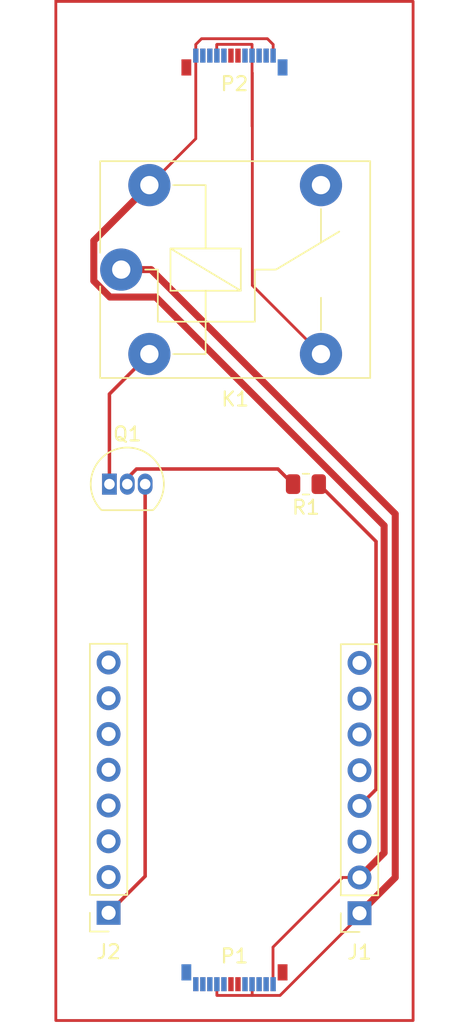
<source format=kicad_pcb>
(kicad_pcb (version 20211014) (generator pcbnew)
  (layers (0 "F.Cu" signal) (31 "B.Cu" signal) (34 "B.Paste" user) (35 "F.Paste" user) (36 "B.SilkS" user "B.Silkscreen") (37 "F.SilkS" user "F.Silkscreen") (38 "B.Mask" user) (39 "F.Mask" user) (44 "Edge.Cuts" user))
  (net 0 "")
  (net 1 "Net-(J1-Pad1)")
  (net 2 "Net-(J1-Pad2)")
  (net 4 "Net-(J1-Pad4)")
  (net 9 "Net-(J2-Pad1)")
  (net 18 "Net-(K1-Pad14)")
  (net 19 "Net-(K1-PadA1)")
  (net 20 "Net-(P1-PadA2)")
  (net 21 "Net-(P1-PadA3)")
  (net 22 "Net-(P1-PadA5)")
  (net 23 "Net-(P1-PadA6)")
  (net 24 "Net-(P1-PadA7)")
  (net 25 "Net-(P1-PadA8)")
  (net 26 "Net-(P1-PadA10)")
  (net 27 "Net-(P1-PadA11)")
  (net 28 "Net-(P1-PadB2)")
  (net 29 "Net-(P1-PadB3)")
  (net 30 "Net-(P1-PadB5)")
  (net 31 "Net-(P1-PadB8)")
  (net 32 "Net-(P1-PadB10)")
  (net 33 "Net-(P1-PadB11)")
  (net 34 "Net-(P1-PadS1)")
  (net 35 "Net-(Q1-Pad2)")
  (footprint "Connector_USB:USB_C_Plug_Molex_105444" (layer "F.Cu") (at 144.78 58.42)
    (fp_text reference "P2" (at 0 2.04) (layer "F.SilkS"))
    (fp_text value "USB_C_Plug")
    (pad "A1" smd rect (at -2.75 0.04) (size 0.38 1) (layers "F.Cu" "F.Paste" "F.Mask") (net 2 "Net-(J1-Pad2)"))
    (pad "A2" smd rect (at -2.25 0.04) (size 0.38 1) (layers "F.Cu" "F.Paste" "F.Mask") (net 20 "Net-(P1-PadA2)"))
    (pad "A3" smd rect (at -1.75 0.04) (size 0.38 1) (layers "F.Cu" "F.Paste" "F.Mask") (net 21 "Net-(P1-PadA3)"))
    (pad "A4" smd rect (at -1.25 0.04) (size 0.38 1) (layers "F.Cu" "F.Paste" "F.Mask") (net 18 "Net-(K1-Pad14)"))
    (pad "A5" smd rect (at -0.75 0.04) (size 0.38 1) (layers "F.Cu" "F.Paste" "F.Mask") (net 22 "Net-(P1-PadA5)"))
    (pad "A6" smd rect (at -0.25 0.04) (size 0.38 1) (layers "F.Cu" "F.Paste" "F.Mask") (net 23 "Net-(P1-PadA6)"))
    (pad "A7" smd rect (at 0.25 0.04) (size 0.38 1) (layers "F.Cu" "F.Paste" "F.Mask") (net 24 "Net-(P1-PadA7)"))
    (pad "A8" smd rect (at 0.75 0.04) (size 0.38 1) (layers "F.Cu" "F.Paste" "F.Mask") (net 25 "Net-(P1-PadA8)"))
    (pad "A9" smd rect (at 1.25 0.04) (size 0.38 1) (layers "F.Cu" "F.Paste" "F.Mask") (net 18 "Net-(K1-Pad14)"))
    (pad "A10" smd rect (at 1.75 0.04) (size 0.38 1) (layers "F.Cu" "F.Paste" "F.Mask") (net 26 "Net-(P1-PadA10)"))
    (pad "A11" smd rect (at 2.25 0.04) (size 0.38 1) (layers "F.Cu" "F.Paste" "F.Mask") (net 27 "Net-(P1-PadA11)"))
    (pad "A12" smd rect (at 2.75 0.04) (size 0.38 1) (layers "F.Cu" "F.Paste" "F.Mask") (net 2 "Net-(J1-Pad2)"))
    (pad "B1" smd rect (at 2.75 0.04) (size 0.38 1) (layers "B.Cu" "B.Paste" "B.Mask") (net 2 "Net-(J1-Pad2)"))
    (pad "B2" smd rect (at 2.25 0.04) (size 0.38 1) (layers "B.Cu" "B.Paste" "B.Mask") (net 28 "Net-(P1-PadB2)"))
    (pad "B3" smd rect (at 1.75 0.04) (size 0.38 1) (layers "B.Cu" "B.Paste" "B.Mask") (net 29 "Net-(P1-PadB3)"))
    (pad "B4" smd rect (at 1.25 0.04) (size 0.38 1) (layers "B.Cu" "B.Paste" "B.Mask") (net 18 "Net-(K1-Pad14)"))
    (pad "B5" smd rect (at 0.75 0.04) (size 0.38 1) (layers "B.Cu" "B.Paste" "B.Mask") (net 30 "Net-(P1-PadB5)"))
    (pad "B8" smd rect (at -0.75 0.04) (size 0.38 1) (layers "B.Cu" "B.Paste" "B.Mask") (net 31 "Net-(P1-PadB8)"))
    (pad "B9" smd rect (at -1.25 0.04) (size 0.38 1) (layers "B.Cu" "B.Paste" "B.Mask") (net 18 "Net-(K1-Pad14)"))
    (pad "B10" smd rect (at -1.75 0.04) (size 0.38 1) (layers "B.Cu" "B.Paste" "B.Mask") (net 32 "Net-(P1-PadB10)"))
    (pad "B11" smd rect (at -2.25 0.04) (size 0.38 1) (layers "B.Cu" "B.Paste" "B.Mask") (net 33 "Net-(P1-PadB11)"))
    (pad "B12" smd rect (at -2.75 0.04) (size 0.38 1) (layers "B.Cu" "B.Paste" "B.Mask") (net 2 "Net-(J1-Pad2)"))
    (pad "S1" smd rect (at -3.42 0.88) (size 0.7 1.15) (layers "F.Cu" "F.Paste" "F.Mask") (net 34 "Net-(P1-PadS1)"))
    (pad "S1" smd rect (at 3.42 0.88) (size 0.7 1.15) (layers "B.Cu" "B.Paste" "B.Mask") (net 34 "Net-(P1-PadS1)"))
  )
  (footprint "Resistor_SMD:R_0805_2012Metric" (layer "F.Cu") (at 149.86 88.9 180)
    (fp_text reference "R1" (at 0 -1.65) (layer "F.SilkS"))
    (fp_text value "2K")
    (fp_line (start -0.227064 -0.735) (end 0.227064 -0.735) (layer "F.SilkS") (width 0.12))
    (fp_line (start -0.227064 0.735) (end 0.227064 0.735) (layer "F.SilkS") (width 0.12))
    (pad "1" smd roundrect (at -0.9125 0 180) (size 1.025 1.4) (layers "F.Cu" "F.Paste" "F.Mask") (roundrect_rratio 0.243902) (net 4 "Net-(J1-Pad4)"))
    (pad "2" smd roundrect (at 0.9125 0 180) (size 1.025 1.4) (layers "F.Cu" "F.Paste" "F.Mask") (roundrect_rratio 0.243902) (net 35 "Net-(Q1-Pad2)"))
  )
  (footprint "Connector_USB:USB_C_Plug_Molex_105444" (layer "F.Cu") (at 144.78 124.46 180)
    (fp_text reference "P1" (at 0 2.04) (layer "F.SilkS"))
    (fp_text value "USB_C_Plug")
    (pad "A1" smd rect (at -2.75 0.04 180) (size 0.38 1) (layers "F.Cu" "F.Paste" "F.Mask") (net 2 "Net-(J1-Pad2)"))
    (pad "A2" smd rect (at -2.25 0.04 180) (size 0.38 1) (layers "F.Cu" "F.Paste" "F.Mask") (net 20 "Net-(P1-PadA2)"))
    (pad "A3" smd rect (at -1.75 0.04 180) (size 0.38 1) (layers "F.Cu" "F.Paste" "F.Mask") (net 21 "Net-(P1-PadA3)"))
    (pad "A4" smd rect (at -1.25 0.04 180) (size 0.38 1) (layers "F.Cu" "F.Paste" "F.Mask") (net 1 "Net-(J1-Pad1)"))
    (pad "A5" smd rect (at -0.75 0.04 180) (size 0.38 1) (layers "F.Cu" "F.Paste" "F.Mask") (net 22 "Net-(P1-PadA5)"))
    (pad "A6" smd rect (at -0.25 0.04 180) (size 0.38 1) (layers "F.Cu" "F.Paste" "F.Mask") (net 23 "Net-(P1-PadA6)"))
    (pad "A7" smd rect (at 0.25 0.04 180) (size 0.38 1) (layers "F.Cu" "F.Paste" "F.Mask") (net 24 "Net-(P1-PadA7)"))
    (pad "A8" smd rect (at 0.75 0.04 180) (size 0.38 1) (layers "F.Cu" "F.Paste" "F.Mask") (net 25 "Net-(P1-PadA8)"))
    (pad "A9" smd rect (at 1.25 0.04 180) (size 0.38 1) (layers "F.Cu" "F.Paste" "F.Mask") (net 1 "Net-(J1-Pad1)"))
    (pad "A10" smd rect (at 1.75 0.04 180) (size 0.38 1) (layers "F.Cu" "F.Paste" "F.Mask") (net 26 "Net-(P1-PadA10)"))
    (pad "A11" smd rect (at 2.25 0.04 180) (size 0.38 1) (layers "F.Cu" "F.Paste" "F.Mask") (net 27 "Net-(P1-PadA11)"))
    (pad "A12" smd rect (at 2.75 0.04 180) (size 0.38 1) (layers "F.Cu" "F.Paste" "F.Mask") (net 2 "Net-(J1-Pad2)"))
    (pad "B1" smd rect (at 2.75 0.04 180) (size 0.38 1) (layers "B.Cu" "B.Paste" "B.Mask") (net 2 "Net-(J1-Pad2)"))
    (pad "B2" smd rect (at 2.25 0.04 180) (size 0.38 1) (layers "B.Cu" "B.Paste" "B.Mask") (net 28 "Net-(P1-PadB2)"))
    (pad "B3" smd rect (at 1.75 0.04 180) (size 0.38 1) (layers "B.Cu" "B.Paste" "B.Mask") (net 29 "Net-(P1-PadB3)"))
    (pad "B4" smd rect (at 1.25 0.04 180) (size 0.38 1) (layers "B.Cu" "B.Paste" "B.Mask") (net 1 "Net-(J1-Pad1)"))
    (pad "B5" smd rect (at 0.75 0.04 180) (size 0.38 1) (layers "B.Cu" "B.Paste" "B.Mask") (net 30 "Net-(P1-PadB5)"))
    (pad "B8" smd rect (at -0.75 0.04 180) (size 0.38 1) (layers "B.Cu" "B.Paste" "B.Mask") (net 31 "Net-(P1-PadB8)"))
    (pad "B9" smd rect (at -1.25 0.04 180) (size 0.38 1) (layers "B.Cu" "B.Paste" "B.Mask") (net 1 "Net-(J1-Pad1)"))
    (pad "B10" smd rect (at -1.75 0.04 180) (size 0.38 1) (layers "B.Cu" "B.Paste" "B.Mask") (net 32 "Net-(P1-PadB10)"))
    (pad "B11" smd rect (at -2.25 0.04 180) (size 0.38 1) (layers "B.Cu" "B.Paste" "B.Mask") (net 33 "Net-(P1-PadB11)"))
    (pad "B12" smd rect (at -2.75 0.04 180) (size 0.38 1) (layers "B.Cu" "B.Paste" "B.Mask") (net 2 "Net-(J1-Pad2)"))
    (pad "S1" smd rect (at 3.42 0.88 180) (size 0.7 1.15) (layers "B.Cu" "B.Paste" "B.Mask") (net 34 "Net-(P1-PadS1)"))
    (pad "S1" smd rect (at -3.42 0.88 180) (size 0.7 1.15) (layers "F.Cu" "F.Paste" "F.Mask") (net 34 "Net-(P1-PadS1)"))
  )
  (footprint "Relay_THT:Relay_SPDT_Finder_36.11" (layer "F.Cu") (at 136.73 73.66)
    (fp_text reference "K1" (at 8.1 9.2) (layer "F.SilkS"))
    (fp_text value "FINDER-36.11")
    (fp_line (start 17.7 -7.7) (end 17.7 7.7) (layer "F.SilkS") (width 0.12))
    (fp_line (start 8.5 -1.5) (end 8.5 1.5) (layer "F.SilkS") (width 0.12))
    (fp_line (start 14.2 4.3) (end 14.2 2) (layer "F.SilkS") (width 0.12))
    (fp_line (start -1.5 1.2) (end -1.5 7.7) (layer "F.SilkS") (width 0.12))
    (fp_line (start 6 -6) (end 3.7 -6) (layer "F.SilkS") (width 0.12))
    (fp_line (start -1.5 -7.7) (end 17.7 -7.7) (layer "F.SilkS") (width 0.12))
    (fp_line (start 3.7 6) (end 6 6) (layer "F.SilkS") (width 0.12))
    (fp_line (start 9.5 3.7) (end 2.6 3.7) (layer "F.SilkS") (width 0.12))
    (fp_line (start 6 -6) (end 6 -1.5) (layer "F.SilkS") (width 0.12))
    (fp_line (start 11 0) (end 15.5 -2.7) (layer "F.SilkS") (width 0.12))
    (fp_line (start 9.5 0) (end 11 0) (layer "F.SilkS") (width 0.12))
    (fp_line (start 3.5 1.5) (end 3.5 -1.5) (layer "F.SilkS") (width 0.12))
    (fp_line (start 8.5 1.5) (end 3.5 -1.5) (layer "F.SilkS") (width 0.12))
    (fp_line (start 6 1.5) (end 6 6) (layer "F.SilkS") (width 0.12))
    (fp_line (start 9.5 0) (end 9.5 3.7) (layer "F.SilkS") (width 0.12))
    (fp_line (start 17.7 7.7) (end -1.5 7.7) (layer "F.SilkS") (width 0.12))
    (fp_line (start 8.5 1.5) (end 3.5 1.5) (layer "F.SilkS") (width 0.12))
    (fp_line (start 14.2 -4.3) (end 14.2 -2) (layer "F.SilkS") (width 0.12))
    (fp_line (start 2.6 0) (end 2.6 3.7) (layer "F.SilkS") (width 0.12))
    (fp_line (start 2.6 0) (end 1.7 0) (layer "F.SilkS") (width 0.12))
    (fp_line (start -1.5 -7.7) (end -1.5 -1.2) (layer "F.SilkS") (width 0.12))
    (fp_line (start 3.5 -1.5) (end 8.5 -1.5) (layer "F.SilkS") (width 0.12))
    (pad "11" thru_hole circle (at 0 0) (size 3 3) (drill 1.3) (layers *.Cu *.Mask) (net 1 "Net-(J1-Pad1)"))
    (pad "12" thru_hole circle (at 14.2 -6) (size 3 3) (drill 1.3) (layers *.Cu *.Mask))
    (pad "14" thru_hole circle (at 14.2 6) (size 3 3) (drill 1.3) (layers *.Cu *.Mask) (net 18 "Net-(K1-Pad14)"))
    (pad "A1" thru_hole circle (at 2 6) (size 3 3) (drill 1.3) (layers *.Cu *.Mask) (net 19 "Net-(K1-PadA1)"))
    (pad "A2" thru_hole circle (at 2 -6) (size 3 3) (drill 1.3) (layers *.Cu *.Mask) (net 2 "Net-(J1-Pad2)"))
  )
  (footprint "Connector_PinSocket_2.54mm:PinSocket_1x08_P2.54mm_Vertical" (layer "F.Cu") (at 153.67 119.38 180)
    (fp_text reference "J1" (at 0 -2.77) (layer "F.SilkS"))
    (fp_text value "Conn_01x08_Female")
    (fp_line (start 1.33 -1.33) (end 1.33 0) (layer "F.SilkS") (width 0.12))
    (fp_line (start -1.33 1.27) (end 1.33 1.27) (layer "F.SilkS") (width 0.12))
    (fp_line (start 0 -1.33) (end 1.33 -1.33) (layer "F.SilkS") (width 0.12))
    (fp_line (start -1.33 19.11) (end 1.33 19.11) (layer "F.SilkS") (width 0.12))
    (fp_line (start 1.33 1.27) (end 1.33 19.11) (layer "F.SilkS") (width 0.12))
    (fp_line (start -1.33 1.27) (end -1.33 19.11) (layer "F.SilkS") (width 0.12))
    (pad "1" thru_hole rect (at 0 0 180) (size 1.7 1.7) (drill 1) (layers *.Cu *.Mask) (net 1 "Net-(J1-Pad1)"))
    (pad "2" thru_hole oval (at 0 2.54 180) (size 1.7 1.7) (drill 1) (layers *.Cu *.Mask) (net 2 "Net-(J1-Pad2)"))
    (pad "3" thru_hole oval (at 0 5.08 180) (size 1.7 1.7) (drill 1) (layers *.Cu *.Mask))
    (pad "4" thru_hole oval (at 0 7.62 180) (size 1.7 1.7) (drill 1) (layers *.Cu *.Mask) (net 4 "Net-(J1-Pad4)"))
    (pad "5" thru_hole oval (at 0 10.16 180) (size 1.7 1.7) (drill 1) (layers *.Cu *.Mask))
    (pad "6" thru_hole oval (at 0 12.7 180) (size 1.7 1.7) (drill 1) (layers *.Cu *.Mask))
    (pad "7" thru_hole oval (at 0 15.24 180) (size 1.7 1.7) (drill 1) (layers *.Cu *.Mask))
    (pad "8" thru_hole oval (at 0 17.78 180) (size 1.7 1.7) (drill 1) (layers *.Cu *.Mask))
  )
  (footprint "Connector_PinSocket_2.54mm:PinSocket_1x08_P2.54mm_Vertical" (layer "F.Cu") (at 135.83 119.35 180)
    (fp_text reference "J2" (at 0 -2.77) (layer "F.SilkS"))
    (fp_text value "Conn_01x08_Female")
    (fp_line (start 1.33 -1.33) (end 1.33 0) (layer "F.SilkS") (width 0.12))
    (fp_line (start 1.33 1.27) (end 1.33 19.11) (layer "F.SilkS") (width 0.12))
    (fp_line (start -1.33 1.27) (end 1.33 1.27) (layer "F.SilkS") (width 0.12))
    (fp_line (start -1.33 1.27) (end -1.33 19.11) (layer "F.SilkS") (width 0.12))
    (fp_line (start 0 -1.33) (end 1.33 -1.33) (layer "F.SilkS") (width 0.12))
    (fp_line (start -1.33 19.11) (end 1.33 19.11) (layer "F.SilkS") (width 0.12))
    (pad "1" thru_hole rect (at 0 0 180) (size 1.7 1.7) (drill 1) (layers *.Cu *.Mask) (net 9 "Net-(J2-Pad1)"))
    (pad "2" thru_hole oval (at 0 2.54 180) (size 1.7 1.7) (drill 1) (layers *.Cu *.Mask))
    (pad "3" thru_hole oval (at 0 5.08 180) (size 1.7 1.7) (drill 1) (layers *.Cu *.Mask))
    (pad "4" thru_hole oval (at 0 7.62 180) (size 1.7 1.7) (drill 1) (layers *.Cu *.Mask))
    (pad "5" thru_hole oval (at 0 10.16 180) (size 1.7 1.7) (drill 1) (layers *.Cu *.Mask))
    (pad "6" thru_hole oval (at 0 12.7 180) (size 1.7 1.7) (drill 1) (layers *.Cu *.Mask))
    (pad "7" thru_hole oval (at 0 15.24 180) (size 1.7 1.7) (drill 1) (layers *.Cu *.Mask))
    (pad "8" thru_hole oval (at 0 17.78 180) (size 1.7 1.7) (drill 1) (layers *.Cu *.Mask))
  )
  (footprint "Package_TO_SOT_THT:TO-92_Inline" (layer "F.Cu") (at 135.89 88.9)
    (fp_text reference "Q1" (at 1.27 -3.56) (layer "F.SilkS"))
    (fp_text value "S8050")
    (fp_line (start -0.53 1.85) (end 3.07 1.85) (layer "F.SilkS") (width 0.12))
    (fp_arc (start 1.27 -2.6) (mid 3.672087 -0.994977) (end 3.108478 1.838478) (layer "F.SilkS") (width 0.12))
    (fp_arc (start -0.568478 1.838478) (mid -1.132087 -0.994977) (end 1.27 -2.6) (layer "F.SilkS") (width 0.12))
    (pad "1" thru_hole rect (at 0 0) (size 1.05 1.5) (drill 0.75) (layers *.Cu *.Mask) (net 19 "Net-(K1-PadA1)"))
    (pad "2" thru_hole oval (at 1.27 0) (size 1.05 1.5) (drill 0.75) (layers *.Cu *.Mask) (net 35 "Net-(Q1-Pad2)"))
    (pad "3" thru_hole oval (at 2.54 0) (size 1.05 1.5) (drill 0.75) (layers *.Cu *.Mask) (net 9 "Net-(J2-Pad1)"))
  )
  (gr_rect (start 132.08 127) (end 157.48 54.61) (layer "F.Cu") (width 0.2) (fill none))
  (segment (start 146.04 125.22) (end 146.04 124.46) (width 0.2) (layer "F.Cu") (net 1))
  (segment (start 138.85132 73.66) (end 156.21 91.01868) (width 0.5) (layer "F.Cu") (net 1))
  (segment (start 146.04 125.22) (end 143.54 125.22) (width 0.2) (layer "F.Cu") (net 1))
  (segment (start 156.21 91.01868) (end 156.21 116.84) (width 0.5) (layer "F.Cu") (net 1))
  (segment (start 143.53 125.21) (end 143.53 124.42) (width 0.2) (layer "F.Cu") (net 1))
  (segment (start 153.67 119.38) (end 153.67 119.57) (width 0.2) (layer "F.Cu") (net 1))
  (segment (start 156.21 116.84) (end 153.67 119.38) (width 0.5) (layer "F.Cu") (net 1))
  (segment (start 143.54 125.22) (end 143.53 125.21) (width 0.2) (layer "F.Cu") (net 1))
  (segment (start 153.67 119.57) (end 148.02 125.22) (width 0.2) (layer "F.Cu") (net 1))
  (segment (start 136.73 73.66) (end 138.85132 73.66) (width 0.5) (layer "F.Cu") (net 1))
  (segment (start 148.02 125.22) (end 146.04 125.22) (width 0.2) (layer "F.Cu") (net 1))
  (segment (start 147.12 57.26) (end 142.44 57.26) (width 0.2) (layer "F.Cu") (net 2))
  (segment (start 155.42 115.09) (end 155.42 91.845051) (width 0.5) (layer "F.Cu") (net 2))
  (segment (start 142.03 58.46) (end 142.03 64.36) (width 0.2) (layer "F.Cu") (net 2))
  (segment (start 139.184949 75.61) (end 135.922283 75.61) (width 0.5) (layer "F.Cu") (net 2))
  (segment (start 153.67 116.84) (end 155.42 115.09) (width 0.5) (layer "F.Cu") (net 2))
  (segment (start 155.42 91.845051) (end 139.184949 75.61) (width 0.5) (layer "F.Cu") (net 2))
  (segment (start 153.67 116.84) (end 152.467919 116.84) (width 0.2) (layer "F.Cu") (net 2))
  (segment (start 147.53 58.46) (end 147.53 57.67) (width 0.2) (layer "F.Cu") (net 2))
  (segment (start 147.53 57.67) (end 147.12 57.26) (width 0.2) (layer "F.Cu") (net 2))
  (segment (start 142.03 57.67) (end 142.03 58.46) (width 0.2) (layer "F.Cu") (net 2))
  (segment (start 142.44 57.26) (end 142.03 57.67) (width 0.2) (layer "F.Cu") (net 2))
  (segment (start 152.467919 116.84) (end 147.52 121.787919) (width 0.2) (layer "F.Cu") (net 2))
  (segment (start 134.78 71.61) (end 138.73 67.66) (width 0.5) (layer "F.Cu") (net 2))
  (segment (start 135.922283 75.61) (end 134.78 74.467717) (width 0.5) (layer "F.Cu") (net 2))
  (segment (start 142.03 64.36) (end 138.73 67.66) (width 0.2) (layer "F.Cu") (net 2))
  (segment (start 134.78 74.467717) (end 134.78 71.61) (width 0.5) (layer "F.Cu") (net 2))
  (segment (start 147.52 121.787919) (end 147.52 124.46) (width 0.2) (layer "F.Cu") (net 2))
  (segment (start 154.845 110.585) (end 154.845 92.9725) (width 0.25) (layer "F.Cu") (net 4))
  (segment (start 154.845 92.9725) (end 150.7725 88.9) (width 0.25) (layer "F.Cu") (net 4))
  (segment (start 153.67 111.76) (end 154.845 110.585) (width 0.25) (layer "F.Cu") (net 4))
  (segment (start 135.83 119.35) (end 138.43 116.75) (width 0.25) (layer "F.Cu") (net 9))
  (segment (start 138.43 116.75) (end 138.43 88.9) (width 0.25) (layer "F.Cu") (net 9))
  (segment (start 146.04 63.49) (end 146.03 63.48) (width 0.2) (layer "F.Cu") (net 18))
  (segment (start 146.03 58.46) (end 146.03 57.67) (width 0.2) (layer "F.Cu") (net 18))
  (segment (start 146.05 59.69) (end 146.04 59.68) (width 0.2) (layer "F.Cu") (net 18))
  (segment (start 146.03 57.67) (end 146.02 57.66) (width 0.2) (layer "F.Cu") (net 18))
  (segment (start 146.05 74.78) (end 146.05 59.69) (width 0.2) (layer "F.Cu") (net 18))
  (segment (start 146.04 59.68) (end 146.04 63.49) (width 0.2) (layer "F.Cu") (net 18))
  (segment (start 146.02 57.66) (end 143.54 57.66) (width 0.2) (layer "F.Cu") (net 18))
  (segment (start 143.54 57.66) (end 143.52 57.68) (width 0.2) (layer "F.Cu") (net 18))
  (segment (start 150.93 79.66) (end 146.05 74.78) (width 0.2) (layer "F.Cu") (net 18))
  (segment (start 146.03 63.48) (end 146.03 58.46) (width 0.2) (layer "F.Cu") (net 18))
  (segment (start 143.52 57.68) (end 143.52 58.42) (width 0.2) (layer "F.Cu") (net 18))
  (segment (start 135.89 88.9) (end 135.89 82.5) (width 0.25) (layer "F.Cu") (net 19))
  (segment (start 135.89 82.5) (end 138.73 79.66) (width 0.25) (layer "F.Cu") (net 19))
  (segment (start 137.815 87.825) (end 137.16 88.48) (width 0.25) (layer "F.Cu") (net 35))
  (segment (start 137.16 88.48) (end 137.16 88.9) (width 0.25) (layer "F.Cu") (net 35))
  (segment (start 148.9475 88.9) (end 147.8725 87.825) (width 0.25) (layer "F.Cu") (net 35))
  (segment (start 147.8725 87.825) (end 137.815 87.825) (width 0.25) (layer "F.Cu") (net 35))
)
</source>
